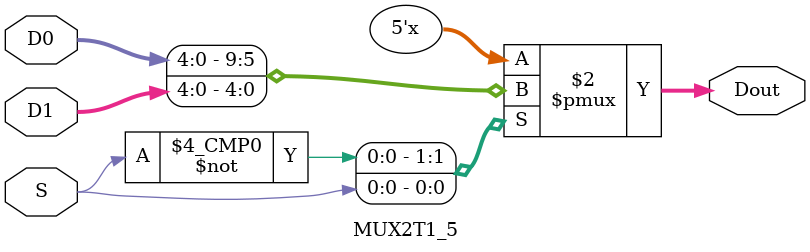
<source format=v>
`timescale 1ns / 1ps
module MUX2T1_5( input S,        // A 2 to 1 multiplexer with 5-bit data
					input [4:0]D0,
					input [4:0]D1,
					output reg [4:0]Dout
    );
	 
	 always @ * begin
		case(S)
			1'd0: Dout <= D0;
			1'd1: Dout <= D1;
			default: ;
		endcase
	end


endmodule

</source>
